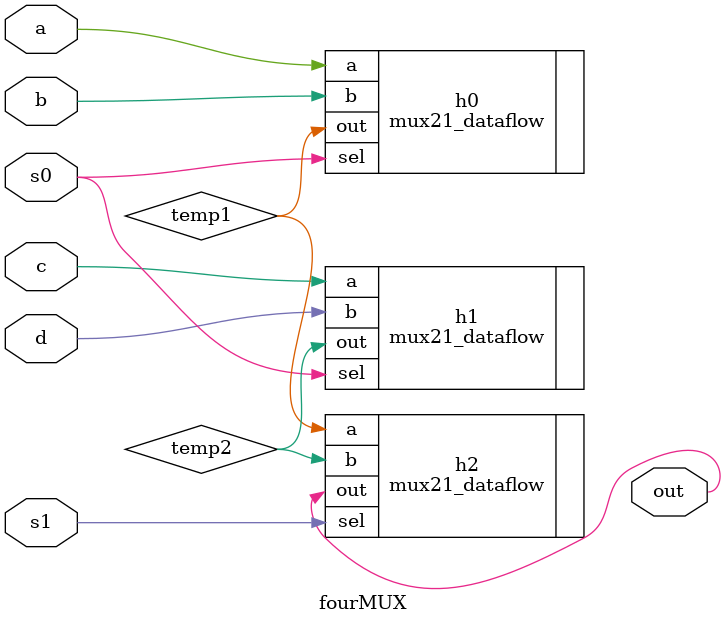
<source format=sv>
`timescale 1ns / 1ps


module fourMUX(
    input logic a,
    input logic b,
    input logic c,
    input logic d,
    input logic s0,
    input logic s1,
    output logic out
    );
    
   logic temp1, temp2;
   
   mux21_dataflow h0 (
        .a(a),
        .b(b),
        .sel(s0),
        .out(temp1)
   
   );
   
   mux21_dataflow h1 (
           .a(c),
           .b(d),
           .sel(s0),
           .out(temp2)
      
      );
      
   mux21_dataflow h2 (
                 .a(temp1),
                 .b(temp2),
                 .sel(s1),
                 .out(out)
            
            );
   
   
  
        
endmodule

</source>
